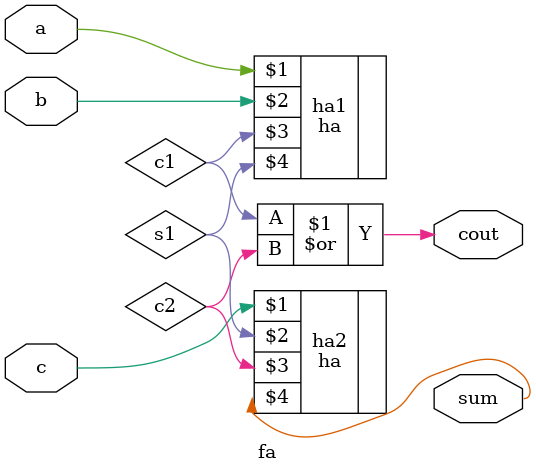
<source format=v>
module fa (a,b,c,sum,cout);
input a,b,c;
output sum,cout;
wire s1,c1,c2;
ha ha1 (a,b,c1,s1);
ha ha2 (c, s1,c2,sum);
or or1 (cout,c1,c2);
endmodule 
</source>
